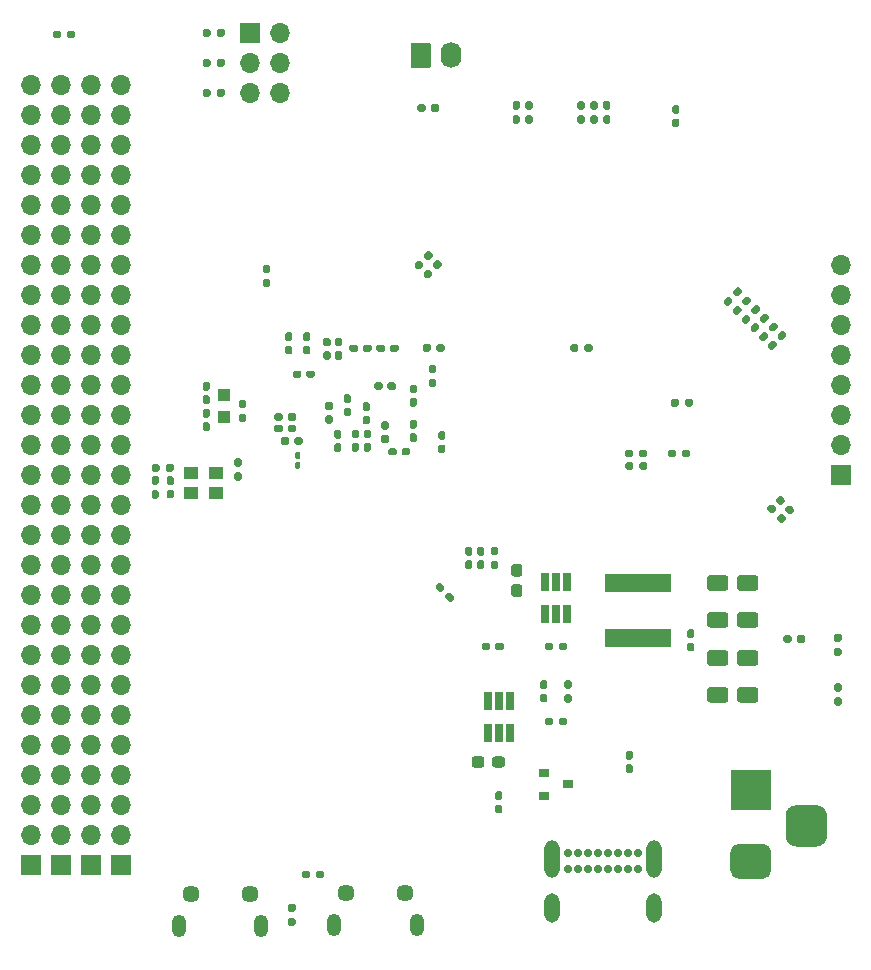
<source format=gbr>
%TF.GenerationSoftware,KiCad,Pcbnew,(5.1.8-0-10_14)*%
%TF.CreationDate,2021-04-08T13:24:54+01:00*%
%TF.ProjectId,STM32MP1_TestBoard_RevB,53544d33-324d-4503-915f-54657374426f,rev?*%
%TF.SameCoordinates,Original*%
%TF.FileFunction,Soldermask,Bot*%
%TF.FilePolarity,Negative*%
%FSLAX46Y46*%
G04 Gerber Fmt 4.6, Leading zero omitted, Abs format (unit mm)*
G04 Created by KiCad (PCBNEW (5.1.8-0-10_14)) date 2021-04-08 13:24:54*
%MOMM*%
%LPD*%
G01*
G04 APERTURE LIST*
%ADD10R,5.700000X1.600000*%
%ADD11R,0.650000X1.560000*%
%ADD12O,1.740000X2.190000*%
%ADD13O,1.300000X2.500000*%
%ADD14O,1.300000X3.200000*%
%ADD15C,0.700000*%
%ADD16R,1.100000X1.050000*%
%ADD17R,1.300000X1.100000*%
%ADD18O,1.700000X1.700000*%
%ADD19R,1.700000X1.700000*%
%ADD20R,3.500000X3.500000*%
%ADD21O,1.200000X1.900000*%
%ADD22C,1.450000*%
%ADD23R,0.900000X0.800000*%
G04 APERTURE END LIST*
%TO.C,R15*%
G36*
G01*
X175194000Y-98585000D02*
X175194000Y-98265000D01*
G75*
G02*
X175354000Y-98105000I160000J0D01*
G01*
X175749000Y-98105000D01*
G75*
G02*
X175909000Y-98265000I0J-160000D01*
G01*
X175909000Y-98585000D01*
G75*
G02*
X175749000Y-98745000I-160000J0D01*
G01*
X175354000Y-98745000D01*
G75*
G02*
X175194000Y-98585000I0J160000D01*
G01*
G37*
G36*
G01*
X176389000Y-98585000D02*
X176389000Y-98265000D01*
G75*
G02*
X176549000Y-98105000I160000J0D01*
G01*
X176944000Y-98105000D01*
G75*
G02*
X177104000Y-98265000I0J-160000D01*
G01*
X177104000Y-98585000D01*
G75*
G02*
X176944000Y-98745000I-160000J0D01*
G01*
X176549000Y-98745000D01*
G75*
G02*
X176389000Y-98585000I0J160000D01*
G01*
G37*
%TD*%
%TO.C,R4*%
G36*
G01*
X197706000Y-128002000D02*
X198026000Y-128002000D01*
G75*
G02*
X198186000Y-128162000I0J-160000D01*
G01*
X198186000Y-128557000D01*
G75*
G02*
X198026000Y-128717000I-160000J0D01*
G01*
X197706000Y-128717000D01*
G75*
G02*
X197546000Y-128557000I0J160000D01*
G01*
X197546000Y-128162000D01*
G75*
G02*
X197706000Y-128002000I160000J0D01*
G01*
G37*
G36*
G01*
X197706000Y-126807000D02*
X198026000Y-126807000D01*
G75*
G02*
X198186000Y-126967000I0J-160000D01*
G01*
X198186000Y-127362000D01*
G75*
G02*
X198026000Y-127522000I-160000J0D01*
G01*
X197706000Y-127522000D01*
G75*
G02*
X197546000Y-127362000I0J160000D01*
G01*
X197546000Y-126967000D01*
G75*
G02*
X197706000Y-126807000I160000J0D01*
G01*
G37*
%TD*%
%TO.C,R3*%
G36*
G01*
X197706000Y-123811000D02*
X198026000Y-123811000D01*
G75*
G02*
X198186000Y-123971000I0J-160000D01*
G01*
X198186000Y-124366000D01*
G75*
G02*
X198026000Y-124526000I-160000J0D01*
G01*
X197706000Y-124526000D01*
G75*
G02*
X197546000Y-124366000I0J160000D01*
G01*
X197546000Y-123971000D01*
G75*
G02*
X197706000Y-123811000I160000J0D01*
G01*
G37*
G36*
G01*
X197706000Y-122616000D02*
X198026000Y-122616000D01*
G75*
G02*
X198186000Y-122776000I0J-160000D01*
G01*
X198186000Y-123171000D01*
G75*
G02*
X198026000Y-123331000I-160000J0D01*
G01*
X197706000Y-123331000D01*
G75*
G02*
X197546000Y-123171000I0J160000D01*
G01*
X197546000Y-122776000D01*
G75*
G02*
X197706000Y-122616000I160000J0D01*
G01*
G37*
%TD*%
%TO.C,C43*%
G36*
G01*
X170925500Y-117785000D02*
X170450500Y-117785000D01*
G75*
G02*
X170213000Y-117547500I0J237500D01*
G01*
X170213000Y-116947500D01*
G75*
G02*
X170450500Y-116710000I237500J0D01*
G01*
X170925500Y-116710000D01*
G75*
G02*
X171163000Y-116947500I0J-237500D01*
G01*
X171163000Y-117547500D01*
G75*
G02*
X170925500Y-117785000I-237500J0D01*
G01*
G37*
G36*
G01*
X170925500Y-119510000D02*
X170450500Y-119510000D01*
G75*
G02*
X170213000Y-119272500I0J237500D01*
G01*
X170213000Y-118672500D01*
G75*
G02*
X170450500Y-118435000I237500J0D01*
G01*
X170925500Y-118435000D01*
G75*
G02*
X171163000Y-118672500I0J-237500D01*
G01*
X171163000Y-119272500D01*
G75*
G02*
X170925500Y-119510000I-237500J0D01*
G01*
G37*
%TD*%
%TO.C,C39*%
G36*
G01*
X167950000Y-133239500D02*
X167950000Y-133714500D01*
G75*
G02*
X167712500Y-133952000I-237500J0D01*
G01*
X167112500Y-133952000D01*
G75*
G02*
X166875000Y-133714500I0J237500D01*
G01*
X166875000Y-133239500D01*
G75*
G02*
X167112500Y-133002000I237500J0D01*
G01*
X167712500Y-133002000D01*
G75*
G02*
X167950000Y-133239500I0J-237500D01*
G01*
G37*
G36*
G01*
X169675000Y-133239500D02*
X169675000Y-133714500D01*
G75*
G02*
X169437500Y-133952000I-237500J0D01*
G01*
X168837500Y-133952000D01*
G75*
G02*
X168600000Y-133714500I0J237500D01*
G01*
X168600000Y-133239500D01*
G75*
G02*
X168837500Y-133002000I237500J0D01*
G01*
X169437500Y-133002000D01*
G75*
G02*
X169675000Y-133239500I0J-237500D01*
G01*
G37*
%TD*%
%TO.C,C6*%
G36*
G01*
X185575000Y-122990000D02*
X185265000Y-122990000D01*
G75*
G02*
X185110000Y-122835000I0J155000D01*
G01*
X185110000Y-122410000D01*
G75*
G02*
X185265000Y-122255000I155000J0D01*
G01*
X185575000Y-122255000D01*
G75*
G02*
X185730000Y-122410000I0J-155000D01*
G01*
X185730000Y-122835000D01*
G75*
G02*
X185575000Y-122990000I-155000J0D01*
G01*
G37*
G36*
G01*
X185575000Y-124125000D02*
X185265000Y-124125000D01*
G75*
G02*
X185110000Y-123970000I0J155000D01*
G01*
X185110000Y-123545000D01*
G75*
G02*
X185265000Y-123390000I155000J0D01*
G01*
X185575000Y-123390000D01*
G75*
G02*
X185730000Y-123545000I0J-155000D01*
G01*
X185730000Y-123970000D01*
G75*
G02*
X185575000Y-124125000I-155000J0D01*
G01*
G37*
%TD*%
%TO.C,C4*%
G36*
G01*
X194383000Y-123218000D02*
X194383000Y-122908000D01*
G75*
G02*
X194538000Y-122753000I155000J0D01*
G01*
X194963000Y-122753000D01*
G75*
G02*
X195118000Y-122908000I0J-155000D01*
G01*
X195118000Y-123218000D01*
G75*
G02*
X194963000Y-123373000I-155000J0D01*
G01*
X194538000Y-123373000D01*
G75*
G02*
X194383000Y-123218000I0J155000D01*
G01*
G37*
G36*
G01*
X193248000Y-123218000D02*
X193248000Y-122908000D01*
G75*
G02*
X193403000Y-122753000I155000J0D01*
G01*
X193828000Y-122753000D01*
G75*
G02*
X193983000Y-122908000I0J-155000D01*
G01*
X193983000Y-123218000D01*
G75*
G02*
X193828000Y-123373000I-155000J0D01*
G01*
X193403000Y-123373000D01*
G75*
G02*
X193248000Y-123218000I0J155000D01*
G01*
G37*
%TD*%
%TO.C,C3*%
G36*
G01*
X169009000Y-137106000D02*
X169319000Y-137106000D01*
G75*
G02*
X169474000Y-137261000I0J-155000D01*
G01*
X169474000Y-137686000D01*
G75*
G02*
X169319000Y-137841000I-155000J0D01*
G01*
X169009000Y-137841000D01*
G75*
G02*
X168854000Y-137686000I0J155000D01*
G01*
X168854000Y-137261000D01*
G75*
G02*
X169009000Y-137106000I155000J0D01*
G01*
G37*
G36*
G01*
X169009000Y-135971000D02*
X169319000Y-135971000D01*
G75*
G02*
X169474000Y-136126000I0J-155000D01*
G01*
X169474000Y-136551000D01*
G75*
G02*
X169319000Y-136706000I-155000J0D01*
G01*
X169009000Y-136706000D01*
G75*
G02*
X168854000Y-136551000I0J155000D01*
G01*
X168854000Y-136126000D01*
G75*
G02*
X169009000Y-135971000I155000J0D01*
G01*
G37*
%TD*%
%TO.C,C1*%
G36*
G01*
X180058000Y-133677000D02*
X180368000Y-133677000D01*
G75*
G02*
X180523000Y-133832000I0J-155000D01*
G01*
X180523000Y-134257000D01*
G75*
G02*
X180368000Y-134412000I-155000J0D01*
G01*
X180058000Y-134412000D01*
G75*
G02*
X179903000Y-134257000I0J155000D01*
G01*
X179903000Y-133832000D01*
G75*
G02*
X180058000Y-133677000I155000J0D01*
G01*
G37*
G36*
G01*
X180058000Y-132542000D02*
X180368000Y-132542000D01*
G75*
G02*
X180523000Y-132697000I0J-155000D01*
G01*
X180523000Y-133122000D01*
G75*
G02*
X180368000Y-133277000I-155000J0D01*
G01*
X180058000Y-133277000D01*
G75*
G02*
X179903000Y-133122000I0J155000D01*
G01*
X179903000Y-132697000D01*
G75*
G02*
X180058000Y-132542000I155000J0D01*
G01*
G37*
%TD*%
D10*
%TO.C,L2*%
X180975000Y-118300000D03*
X180975000Y-123000000D03*
%TD*%
D11*
%TO.C,U6*%
X173990000Y-120984000D03*
X173040000Y-120984000D03*
X174940000Y-120984000D03*
X174940000Y-118284000D03*
X173990000Y-118284000D03*
X173040000Y-118284000D03*
%TD*%
%TO.C,U5*%
X169164000Y-131017000D03*
X168214000Y-131017000D03*
X170114000Y-131017000D03*
X170114000Y-128317000D03*
X169164000Y-128317000D03*
X168214000Y-128317000D03*
%TD*%
%TO.C,R26*%
G36*
G01*
X174846000Y-127748000D02*
X175166000Y-127748000D01*
G75*
G02*
X175326000Y-127908000I0J-160000D01*
G01*
X175326000Y-128303000D01*
G75*
G02*
X175166000Y-128463000I-160000J0D01*
G01*
X174846000Y-128463000D01*
G75*
G02*
X174686000Y-128303000I0J160000D01*
G01*
X174686000Y-127908000D01*
G75*
G02*
X174846000Y-127748000I160000J0D01*
G01*
G37*
G36*
G01*
X174846000Y-126553000D02*
X175166000Y-126553000D01*
G75*
G02*
X175326000Y-126713000I0J-160000D01*
G01*
X175326000Y-127108000D01*
G75*
G02*
X175166000Y-127268000I-160000J0D01*
G01*
X174846000Y-127268000D01*
G75*
G02*
X174686000Y-127108000I0J160000D01*
G01*
X174686000Y-126713000D01*
G75*
G02*
X174846000Y-126553000I160000J0D01*
G01*
G37*
%TD*%
%TO.C,C44*%
G36*
G01*
X172819000Y-127708000D02*
X173129000Y-127708000D01*
G75*
G02*
X173284000Y-127863000I0J-155000D01*
G01*
X173284000Y-128288000D01*
G75*
G02*
X173129000Y-128443000I-155000J0D01*
G01*
X172819000Y-128443000D01*
G75*
G02*
X172664000Y-128288000I0J155000D01*
G01*
X172664000Y-127863000D01*
G75*
G02*
X172819000Y-127708000I155000J0D01*
G01*
G37*
G36*
G01*
X172819000Y-126573000D02*
X173129000Y-126573000D01*
G75*
G02*
X173284000Y-126728000I0J-155000D01*
G01*
X173284000Y-127153000D01*
G75*
G02*
X173129000Y-127308000I-155000J0D01*
G01*
X172819000Y-127308000D01*
G75*
G02*
X172664000Y-127153000I0J155000D01*
G01*
X172664000Y-126728000D01*
G75*
G02*
X172819000Y-126573000I155000J0D01*
G01*
G37*
%TD*%
%TO.C,C41*%
G36*
G01*
X168456000Y-123543000D02*
X168456000Y-123853000D01*
G75*
G02*
X168301000Y-124008000I-155000J0D01*
G01*
X167876000Y-124008000D01*
G75*
G02*
X167721000Y-123853000I0J155000D01*
G01*
X167721000Y-123543000D01*
G75*
G02*
X167876000Y-123388000I155000J0D01*
G01*
X168301000Y-123388000D01*
G75*
G02*
X168456000Y-123543000I0J-155000D01*
G01*
G37*
G36*
G01*
X169591000Y-123543000D02*
X169591000Y-123853000D01*
G75*
G02*
X169436000Y-124008000I-155000J0D01*
G01*
X169011000Y-124008000D01*
G75*
G02*
X168856000Y-123853000I0J155000D01*
G01*
X168856000Y-123543000D01*
G75*
G02*
X169011000Y-123388000I155000J0D01*
G01*
X169436000Y-123388000D01*
G75*
G02*
X169591000Y-123543000I0J-155000D01*
G01*
G37*
%TD*%
D12*
%TO.C,J12*%
X165100000Y-73660000D03*
G36*
G01*
X161690000Y-74505001D02*
X161690000Y-72814999D01*
G75*
G02*
X161939999Y-72565000I249999J0D01*
G01*
X163180001Y-72565000D01*
G75*
G02*
X163430000Y-72814999I0J-249999D01*
G01*
X163430000Y-74505001D01*
G75*
G02*
X163180001Y-74755000I-249999J0D01*
G01*
X161939999Y-74755000D01*
G75*
G02*
X161690000Y-74505001I0J249999D01*
G01*
G37*
%TD*%
%TO.C,C38*%
G36*
G01*
X162995000Y-77950000D02*
X162995000Y-78260000D01*
G75*
G02*
X162840000Y-78415000I-155000J0D01*
G01*
X162415000Y-78415000D01*
G75*
G02*
X162260000Y-78260000I0J155000D01*
G01*
X162260000Y-77950000D01*
G75*
G02*
X162415000Y-77795000I155000J0D01*
G01*
X162840000Y-77795000D01*
G75*
G02*
X162995000Y-77950000I0J-155000D01*
G01*
G37*
G36*
G01*
X164130000Y-77950000D02*
X164130000Y-78260000D01*
G75*
G02*
X163975000Y-78415000I-155000J0D01*
G01*
X163550000Y-78415000D01*
G75*
G02*
X163395000Y-78260000I0J155000D01*
G01*
X163395000Y-77950000D01*
G75*
G02*
X163550000Y-77795000I155000J0D01*
G01*
X163975000Y-77795000D01*
G75*
G02*
X164130000Y-77950000I0J-155000D01*
G01*
G37*
%TD*%
D13*
%TO.C,J11*%
X182270400Y-145846800D03*
X173639480Y-145836640D03*
D14*
X182306000Y-141696000D03*
X173656000Y-141696000D03*
D15*
X178406000Y-142548000D03*
X180956000Y-142544800D03*
X180106000Y-142548000D03*
X179256000Y-142548000D03*
X174993300Y-142544800D03*
X176695100Y-142544800D03*
X177556000Y-142548000D03*
X175844200Y-142544800D03*
X180962300Y-141185900D03*
X180111400Y-141185900D03*
X179256000Y-141185900D03*
X178406000Y-141185000D03*
X177556000Y-141185000D03*
X176695100Y-141185000D03*
X175844200Y-141185000D03*
X174993300Y-141185000D03*
%TD*%
%TO.C,R25*%
G36*
G01*
X151438000Y-106144000D02*
X151438000Y-106454000D01*
G75*
G02*
X151283000Y-106609000I-155000J0D01*
G01*
X150858000Y-106609000D01*
G75*
G02*
X150703000Y-106454000I0J155000D01*
G01*
X150703000Y-106144000D01*
G75*
G02*
X150858000Y-105989000I155000J0D01*
G01*
X151283000Y-105989000D01*
G75*
G02*
X151438000Y-106144000I0J-155000D01*
G01*
G37*
G36*
G01*
X152573000Y-106144000D02*
X152573000Y-106454000D01*
G75*
G02*
X152418000Y-106609000I-155000J0D01*
G01*
X151993000Y-106609000D01*
G75*
G02*
X151838000Y-106454000I0J155000D01*
G01*
X151838000Y-106144000D01*
G75*
G02*
X151993000Y-105989000I155000J0D01*
G01*
X152418000Y-105989000D01*
G75*
G02*
X152573000Y-106144000I0J-155000D01*
G01*
G37*
%TD*%
%TO.C,C37*%
G36*
G01*
X141196000Y-110436000D02*
X141506000Y-110436000D01*
G75*
G02*
X141661000Y-110591000I0J-155000D01*
G01*
X141661000Y-111016000D01*
G75*
G02*
X141506000Y-111171000I-155000J0D01*
G01*
X141196000Y-111171000D01*
G75*
G02*
X141041000Y-111016000I0J155000D01*
G01*
X141041000Y-110591000D01*
G75*
G02*
X141196000Y-110436000I155000J0D01*
G01*
G37*
G36*
G01*
X141196000Y-109301000D02*
X141506000Y-109301000D01*
G75*
G02*
X141661000Y-109456000I0J-155000D01*
G01*
X141661000Y-109881000D01*
G75*
G02*
X141506000Y-110036000I-155000J0D01*
G01*
X141196000Y-110036000D01*
G75*
G02*
X141041000Y-109881000I0J155000D01*
G01*
X141041000Y-109456000D01*
G75*
G02*
X141196000Y-109301000I155000J0D01*
G01*
G37*
%TD*%
%TO.C,R24*%
G36*
G01*
X149319000Y-92569000D02*
X149639000Y-92569000D01*
G75*
G02*
X149799000Y-92729000I0J-160000D01*
G01*
X149799000Y-93124000D01*
G75*
G02*
X149639000Y-93284000I-160000J0D01*
G01*
X149319000Y-93284000D01*
G75*
G02*
X149159000Y-93124000I0J160000D01*
G01*
X149159000Y-92729000D01*
G75*
G02*
X149319000Y-92569000I160000J0D01*
G01*
G37*
G36*
G01*
X149319000Y-91374000D02*
X149639000Y-91374000D01*
G75*
G02*
X149799000Y-91534000I0J-160000D01*
G01*
X149799000Y-91929000D01*
G75*
G02*
X149639000Y-92089000I-160000J0D01*
G01*
X149319000Y-92089000D01*
G75*
G02*
X149159000Y-91929000I0J160000D01*
G01*
X149159000Y-91534000D01*
G75*
G02*
X149319000Y-91374000I160000J0D01*
G01*
G37*
%TD*%
%TO.C,C11*%
G36*
G01*
X144554000Y-102035000D02*
X144244000Y-102035000D01*
G75*
G02*
X144089000Y-101880000I0J155000D01*
G01*
X144089000Y-101455000D01*
G75*
G02*
X144244000Y-101300000I155000J0D01*
G01*
X144554000Y-101300000D01*
G75*
G02*
X144709000Y-101455000I0J-155000D01*
G01*
X144709000Y-101880000D01*
G75*
G02*
X144554000Y-102035000I-155000J0D01*
G01*
G37*
G36*
G01*
X144554000Y-103170000D02*
X144244000Y-103170000D01*
G75*
G02*
X144089000Y-103015000I0J155000D01*
G01*
X144089000Y-102590000D01*
G75*
G02*
X144244000Y-102435000I155000J0D01*
G01*
X144554000Y-102435000D01*
G75*
G02*
X144709000Y-102590000I0J-155000D01*
G01*
X144709000Y-103015000D01*
G75*
G02*
X144554000Y-103170000I-155000J0D01*
G01*
G37*
%TD*%
%TO.C,C16*%
G36*
G01*
X144244000Y-104721000D02*
X144554000Y-104721000D01*
G75*
G02*
X144709000Y-104876000I0J-155000D01*
G01*
X144709000Y-105301000D01*
G75*
G02*
X144554000Y-105456000I-155000J0D01*
G01*
X144244000Y-105456000D01*
G75*
G02*
X144089000Y-105301000I0J155000D01*
G01*
X144089000Y-104876000D01*
G75*
G02*
X144244000Y-104721000I155000J0D01*
G01*
G37*
G36*
G01*
X144244000Y-103586000D02*
X144554000Y-103586000D01*
G75*
G02*
X144709000Y-103741000I0J-155000D01*
G01*
X144709000Y-104166000D01*
G75*
G02*
X144554000Y-104321000I-155000J0D01*
G01*
X144244000Y-104321000D01*
G75*
G02*
X144089000Y-104166000I0J155000D01*
G01*
X144089000Y-103741000D01*
G75*
G02*
X144244000Y-103586000I155000J0D01*
G01*
G37*
%TD*%
D16*
%TO.C,Y1*%
X145923000Y-104252200D03*
X145923000Y-102402200D03*
%TD*%
D17*
%TO.C,X1*%
X143095000Y-110680000D03*
X145195000Y-110680000D03*
X145195000Y-109030000D03*
X143095000Y-109030000D03*
%TD*%
%TO.C,R23*%
G36*
G01*
X147287000Y-103999000D02*
X147607000Y-103999000D01*
G75*
G02*
X147767000Y-104159000I0J-160000D01*
G01*
X147767000Y-104554000D01*
G75*
G02*
X147607000Y-104714000I-160000J0D01*
G01*
X147287000Y-104714000D01*
G75*
G02*
X147127000Y-104554000I0J160000D01*
G01*
X147127000Y-104159000D01*
G75*
G02*
X147287000Y-103999000I160000J0D01*
G01*
G37*
G36*
G01*
X147287000Y-102804000D02*
X147607000Y-102804000D01*
G75*
G02*
X147767000Y-102964000I0J-160000D01*
G01*
X147767000Y-103359000D01*
G75*
G02*
X147607000Y-103519000I-160000J0D01*
G01*
X147287000Y-103519000D01*
G75*
G02*
X147127000Y-103359000I0J160000D01*
G01*
X147127000Y-102964000D01*
G75*
G02*
X147287000Y-102804000I160000J0D01*
G01*
G37*
%TD*%
%TO.C,R22*%
G36*
G01*
X147226000Y-108472000D02*
X146906000Y-108472000D01*
G75*
G02*
X146746000Y-108312000I0J160000D01*
G01*
X146746000Y-107917000D01*
G75*
G02*
X146906000Y-107757000I160000J0D01*
G01*
X147226000Y-107757000D01*
G75*
G02*
X147386000Y-107917000I0J-160000D01*
G01*
X147386000Y-108312000D01*
G75*
G02*
X147226000Y-108472000I-160000J0D01*
G01*
G37*
G36*
G01*
X147226000Y-109667000D02*
X146906000Y-109667000D01*
G75*
G02*
X146746000Y-109507000I0J160000D01*
G01*
X146746000Y-109112000D01*
G75*
G02*
X146906000Y-108952000I160000J0D01*
G01*
X147226000Y-108952000D01*
G75*
G02*
X147386000Y-109112000I0J-160000D01*
G01*
X147386000Y-109507000D01*
G75*
G02*
X147226000Y-109667000I-160000J0D01*
G01*
G37*
%TD*%
%TO.C,R21*%
G36*
G01*
X140956000Y-108745000D02*
X140956000Y-108425000D01*
G75*
G02*
X141116000Y-108265000I160000J0D01*
G01*
X141511000Y-108265000D01*
G75*
G02*
X141671000Y-108425000I0J-160000D01*
G01*
X141671000Y-108745000D01*
G75*
G02*
X141511000Y-108905000I-160000J0D01*
G01*
X141116000Y-108905000D01*
G75*
G02*
X140956000Y-108745000I0J160000D01*
G01*
G37*
G36*
G01*
X139761000Y-108745000D02*
X139761000Y-108425000D01*
G75*
G02*
X139921000Y-108265000I160000J0D01*
G01*
X140316000Y-108265000D01*
G75*
G02*
X140476000Y-108425000I0J-160000D01*
G01*
X140476000Y-108745000D01*
G75*
G02*
X140316000Y-108905000I-160000J0D01*
G01*
X139921000Y-108905000D01*
G75*
G02*
X139761000Y-108745000I0J160000D01*
G01*
G37*
%TD*%
%TO.C,R20*%
G36*
G01*
X139921000Y-110476000D02*
X140241000Y-110476000D01*
G75*
G02*
X140401000Y-110636000I0J-160000D01*
G01*
X140401000Y-111031000D01*
G75*
G02*
X140241000Y-111191000I-160000J0D01*
G01*
X139921000Y-111191000D01*
G75*
G02*
X139761000Y-111031000I0J160000D01*
G01*
X139761000Y-110636000D01*
G75*
G02*
X139921000Y-110476000I160000J0D01*
G01*
G37*
G36*
G01*
X139921000Y-109281000D02*
X140241000Y-109281000D01*
G75*
G02*
X140401000Y-109441000I0J-160000D01*
G01*
X140401000Y-109836000D01*
G75*
G02*
X140241000Y-109996000I-160000J0D01*
G01*
X139921000Y-109996000D01*
G75*
G02*
X139761000Y-109836000I0J160000D01*
G01*
X139761000Y-109441000D01*
G75*
G02*
X139921000Y-109281000I160000J0D01*
G01*
G37*
%TD*%
D18*
%TO.C,J7*%
X198120000Y-91440000D03*
X198120000Y-93980000D03*
X198120000Y-96520000D03*
X198120000Y-99060000D03*
X198120000Y-101600000D03*
X198120000Y-104140000D03*
X198120000Y-106680000D03*
D19*
X198120000Y-109220000D03*
%TD*%
%TO.C,R19*%
G36*
G01*
X173750000Y-129888000D02*
X173750000Y-130208000D01*
G75*
G02*
X173590000Y-130368000I-160000J0D01*
G01*
X173195000Y-130368000D01*
G75*
G02*
X173035000Y-130208000I0J160000D01*
G01*
X173035000Y-129888000D01*
G75*
G02*
X173195000Y-129728000I160000J0D01*
G01*
X173590000Y-129728000D01*
G75*
G02*
X173750000Y-129888000I0J-160000D01*
G01*
G37*
G36*
G01*
X174945000Y-129888000D02*
X174945000Y-130208000D01*
G75*
G02*
X174785000Y-130368000I-160000J0D01*
G01*
X174390000Y-130368000D01*
G75*
G02*
X174230000Y-130208000I0J160000D01*
G01*
X174230000Y-129888000D01*
G75*
G02*
X174390000Y-129728000I160000J0D01*
G01*
X174785000Y-129728000D01*
G75*
G02*
X174945000Y-129888000I0J-160000D01*
G01*
G37*
%TD*%
%TO.C,R18*%
G36*
G01*
X173750000Y-123538000D02*
X173750000Y-123858000D01*
G75*
G02*
X173590000Y-124018000I-160000J0D01*
G01*
X173195000Y-124018000D01*
G75*
G02*
X173035000Y-123858000I0J160000D01*
G01*
X173035000Y-123538000D01*
G75*
G02*
X173195000Y-123378000I160000J0D01*
G01*
X173590000Y-123378000D01*
G75*
G02*
X173750000Y-123538000I0J-160000D01*
G01*
G37*
G36*
G01*
X174945000Y-123538000D02*
X174945000Y-123858000D01*
G75*
G02*
X174785000Y-124018000I-160000J0D01*
G01*
X174390000Y-124018000D01*
G75*
G02*
X174230000Y-123858000I0J160000D01*
G01*
X174230000Y-123538000D01*
G75*
G02*
X174390000Y-123378000I160000J0D01*
G01*
X174785000Y-123378000D01*
G75*
G02*
X174945000Y-123538000I0J-160000D01*
G01*
G37*
%TD*%
%TO.C,J9*%
G36*
G01*
X196075000Y-140640000D02*
X194325000Y-140640000D01*
G75*
G02*
X193450000Y-139765000I0J875000D01*
G01*
X193450000Y-138015000D01*
G75*
G02*
X194325000Y-137140000I875000J0D01*
G01*
X196075000Y-137140000D01*
G75*
G02*
X196950000Y-138015000I0J-875000D01*
G01*
X196950000Y-139765000D01*
G75*
G02*
X196075000Y-140640000I-875000J0D01*
G01*
G37*
G36*
G01*
X191500000Y-143390000D02*
X189500000Y-143390000D01*
G75*
G02*
X188750000Y-142640000I0J750000D01*
G01*
X188750000Y-141140000D01*
G75*
G02*
X189500000Y-140390000I750000J0D01*
G01*
X191500000Y-140390000D01*
G75*
G02*
X192250000Y-141140000I0J-750000D01*
G01*
X192250000Y-142640000D01*
G75*
G02*
X191500000Y-143390000I-750000J0D01*
G01*
G37*
D20*
X190500000Y-135890000D03*
%TD*%
%TO.C,C57*%
G36*
G01*
X190705207Y-97089934D02*
X190486004Y-96870731D01*
G75*
G02*
X190486004Y-96651527I109602J109602D01*
G01*
X190786525Y-96351006D01*
G75*
G02*
X191005729Y-96351006I109602J-109602D01*
G01*
X191224932Y-96570209D01*
G75*
G02*
X191224932Y-96789413I-109602J-109602D01*
G01*
X190924411Y-97089934D01*
G75*
G02*
X190705207Y-97089934I-109602J109602D01*
G01*
G37*
G36*
G01*
X191507773Y-96287368D02*
X191288570Y-96068165D01*
G75*
G02*
X191288570Y-95848961I109602J109602D01*
G01*
X191589091Y-95548440D01*
G75*
G02*
X191808295Y-95548440I109602J-109602D01*
G01*
X192027498Y-95767643D01*
G75*
G02*
X192027498Y-95986847I-109602J-109602D01*
G01*
X191726977Y-96287368D01*
G75*
G02*
X191507773Y-96287368I-109602J109602D01*
G01*
G37*
%TD*%
%TO.C,C40*%
G36*
G01*
X192627508Y-111185465D02*
X192846711Y-110966262D01*
G75*
G02*
X193065915Y-110966262I109602J-109602D01*
G01*
X193366436Y-111266783D01*
G75*
G02*
X193366436Y-111485987I-109602J-109602D01*
G01*
X193147233Y-111705190D01*
G75*
G02*
X192928029Y-111705190I-109602J109602D01*
G01*
X192627508Y-111404669D01*
G75*
G02*
X192627508Y-111185465I109602J109602D01*
G01*
G37*
G36*
G01*
X193430074Y-111988031D02*
X193649277Y-111768828D01*
G75*
G02*
X193868481Y-111768828I109602J-109602D01*
G01*
X194169002Y-112069349D01*
G75*
G02*
X194169002Y-112288553I-109602J-109602D01*
G01*
X193949799Y-112507756D01*
G75*
G02*
X193730595Y-112507756I-109602J109602D01*
G01*
X193430074Y-112207235D01*
G75*
G02*
X193430074Y-111988031I109602J109602D01*
G01*
G37*
%TD*%
%TO.C,R2*%
G36*
G01*
X179842200Y-107513100D02*
X179842200Y-107193100D01*
G75*
G02*
X180002200Y-107033100I160000J0D01*
G01*
X180397200Y-107033100D01*
G75*
G02*
X180557200Y-107193100I0J-160000D01*
G01*
X180557200Y-107513100D01*
G75*
G02*
X180397200Y-107673100I-160000J0D01*
G01*
X180002200Y-107673100D01*
G75*
G02*
X179842200Y-107513100I0J160000D01*
G01*
G37*
G36*
G01*
X181037200Y-107513100D02*
X181037200Y-107193100D01*
G75*
G02*
X181197200Y-107033100I160000J0D01*
G01*
X181592200Y-107033100D01*
G75*
G02*
X181752200Y-107193100I0J-160000D01*
G01*
X181752200Y-107513100D01*
G75*
G02*
X181592200Y-107673100I-160000J0D01*
G01*
X181197200Y-107673100D01*
G75*
G02*
X181037200Y-107513100I0J160000D01*
G01*
G37*
%TD*%
%TO.C,C62*%
G36*
G01*
X192177969Y-98562696D02*
X191958766Y-98343493D01*
G75*
G02*
X191958766Y-98124289I109602J109602D01*
G01*
X192259287Y-97823768D01*
G75*
G02*
X192478491Y-97823768I109602J-109602D01*
G01*
X192697694Y-98042971D01*
G75*
G02*
X192697694Y-98262175I-109602J-109602D01*
G01*
X192397173Y-98562696D01*
G75*
G02*
X192177969Y-98562696I-109602J109602D01*
G01*
G37*
G36*
G01*
X192980535Y-97760130D02*
X192761332Y-97540927D01*
G75*
G02*
X192761332Y-97321723I109602J109602D01*
G01*
X193061853Y-97021202D01*
G75*
G02*
X193281057Y-97021202I109602J-109602D01*
G01*
X193500260Y-97240405D01*
G75*
G02*
X193500260Y-97459609I-109602J-109602D01*
G01*
X193199739Y-97760130D01*
G75*
G02*
X192980535Y-97760130I-109602J109602D01*
G01*
G37*
%TD*%
%TO.C,R11*%
G36*
G01*
X181752200Y-108259900D02*
X181752200Y-108579900D01*
G75*
G02*
X181592200Y-108739900I-160000J0D01*
G01*
X181197200Y-108739900D01*
G75*
G02*
X181037200Y-108579900I0J160000D01*
G01*
X181037200Y-108259900D01*
G75*
G02*
X181197200Y-108099900I160000J0D01*
G01*
X181592200Y-108099900D01*
G75*
G02*
X181752200Y-108259900I0J-160000D01*
G01*
G37*
G36*
G01*
X180557200Y-108259900D02*
X180557200Y-108579900D01*
G75*
G02*
X180397200Y-108739900I-160000J0D01*
G01*
X180002200Y-108739900D01*
G75*
G02*
X179842200Y-108579900I0J160000D01*
G01*
X179842200Y-108259900D01*
G75*
G02*
X180002200Y-108099900I160000J0D01*
G01*
X180397200Y-108099900D01*
G75*
G02*
X180557200Y-108259900I0J-160000D01*
G01*
G37*
%TD*%
%TO.C,R14*%
G36*
G01*
X185625700Y-102913200D02*
X185625700Y-103233200D01*
G75*
G02*
X185465700Y-103393200I-160000J0D01*
G01*
X185070700Y-103393200D01*
G75*
G02*
X184910700Y-103233200I0J160000D01*
G01*
X184910700Y-102913200D01*
G75*
G02*
X185070700Y-102753200I160000J0D01*
G01*
X185465700Y-102753200D01*
G75*
G02*
X185625700Y-102913200I0J-160000D01*
G01*
G37*
G36*
G01*
X184430700Y-102913200D02*
X184430700Y-103233200D01*
G75*
G02*
X184270700Y-103393200I-160000J0D01*
G01*
X183875700Y-103393200D01*
G75*
G02*
X183715700Y-103233200I0J160000D01*
G01*
X183715700Y-102913200D01*
G75*
G02*
X183875700Y-102753200I160000J0D01*
G01*
X184270700Y-102753200D01*
G75*
G02*
X184430700Y-102913200I0J-160000D01*
G01*
G37*
%TD*%
%TO.C,C36*%
G36*
G01*
X188424222Y-94844870D02*
X188205019Y-94625667D01*
G75*
G02*
X188205019Y-94406463I109602J109602D01*
G01*
X188505540Y-94105942D01*
G75*
G02*
X188724744Y-94105942I109602J-109602D01*
G01*
X188943947Y-94325145D01*
G75*
G02*
X188943947Y-94544349I-109602J-109602D01*
G01*
X188643426Y-94844870D01*
G75*
G02*
X188424222Y-94844870I-109602J109602D01*
G01*
G37*
G36*
G01*
X189226788Y-94042304D02*
X189007585Y-93823101D01*
G75*
G02*
X189007585Y-93603897I109602J109602D01*
G01*
X189308106Y-93303376D01*
G75*
G02*
X189527310Y-93303376I109602J-109602D01*
G01*
X189746513Y-93522579D01*
G75*
G02*
X189746513Y-93741783I-109602J-109602D01*
G01*
X189445992Y-94042304D01*
G75*
G02*
X189226788Y-94042304I-109602J109602D01*
G01*
G37*
%TD*%
%TO.C,C52*%
G36*
G01*
X189196524Y-95617172D02*
X188977321Y-95397969D01*
G75*
G02*
X188977321Y-95178765I109602J109602D01*
G01*
X189277842Y-94878244D01*
G75*
G02*
X189497046Y-94878244I109602J-109602D01*
G01*
X189716249Y-95097447D01*
G75*
G02*
X189716249Y-95316651I-109602J-109602D01*
G01*
X189415728Y-95617172D01*
G75*
G02*
X189196524Y-95617172I-109602J109602D01*
G01*
G37*
G36*
G01*
X189999090Y-94814606D02*
X189779887Y-94595403D01*
G75*
G02*
X189779887Y-94376199I109602J109602D01*
G01*
X190080408Y-94075678D01*
G75*
G02*
X190299612Y-94075678I109602J-109602D01*
G01*
X190518815Y-94294881D01*
G75*
G02*
X190518815Y-94514085I-109602J-109602D01*
G01*
X190218294Y-94814606D01*
G75*
G02*
X189999090Y-94814606I-109602J109602D01*
G01*
G37*
%TD*%
%TO.C,C42*%
G36*
G01*
X191909088Y-111903886D02*
X192128291Y-111684683D01*
G75*
G02*
X192347495Y-111684683I109602J-109602D01*
G01*
X192648016Y-111985204D01*
G75*
G02*
X192648016Y-112204408I-109602J-109602D01*
G01*
X192428813Y-112423611D01*
G75*
G02*
X192209609Y-112423611I-109602J109602D01*
G01*
X191909088Y-112123090D01*
G75*
G02*
X191909088Y-111903886I109602J109602D01*
G01*
G37*
G36*
G01*
X192711654Y-112706452D02*
X192930857Y-112487249D01*
G75*
G02*
X193150061Y-112487249I109602J-109602D01*
G01*
X193450582Y-112787770D01*
G75*
G02*
X193450582Y-113006974I-109602J-109602D01*
G01*
X193231379Y-113226177D01*
G75*
G02*
X193012175Y-113226177I-109602J109602D01*
G01*
X192711654Y-112925656D01*
G75*
G02*
X192711654Y-112706452I109602J109602D01*
G01*
G37*
%TD*%
%TO.C,R6*%
G36*
G01*
X183474400Y-107525800D02*
X183474400Y-107205800D01*
G75*
G02*
X183634400Y-107045800I160000J0D01*
G01*
X184029400Y-107045800D01*
G75*
G02*
X184189400Y-107205800I0J-160000D01*
G01*
X184189400Y-107525800D01*
G75*
G02*
X184029400Y-107685800I-160000J0D01*
G01*
X183634400Y-107685800D01*
G75*
G02*
X183474400Y-107525800I0J160000D01*
G01*
G37*
G36*
G01*
X184669400Y-107525800D02*
X184669400Y-107205800D01*
G75*
G02*
X184829400Y-107045800I160000J0D01*
G01*
X185224400Y-107045800D01*
G75*
G02*
X185384400Y-107205800I0J-160000D01*
G01*
X185384400Y-107525800D01*
G75*
G02*
X185224400Y-107685800I-160000J0D01*
G01*
X184829400Y-107685800D01*
G75*
G02*
X184669400Y-107525800I0J160000D01*
G01*
G37*
%TD*%
%TO.C,C65*%
G36*
G01*
X191441588Y-97826315D02*
X191222385Y-97607112D01*
G75*
G02*
X191222385Y-97387908I109602J109602D01*
G01*
X191522906Y-97087387D01*
G75*
G02*
X191742110Y-97087387I109602J-109602D01*
G01*
X191961313Y-97306590D01*
G75*
G02*
X191961313Y-97525794I-109602J-109602D01*
G01*
X191660792Y-97826315D01*
G75*
G02*
X191441588Y-97826315I-109602J109602D01*
G01*
G37*
G36*
G01*
X192244154Y-97023749D02*
X192024951Y-96804546D01*
G75*
G02*
X192024951Y-96585342I109602J109602D01*
G01*
X192325472Y-96284821D01*
G75*
G02*
X192544676Y-96284821I109602J-109602D01*
G01*
X192763879Y-96504024D01*
G75*
G02*
X192763879Y-96723228I-109602J-109602D01*
G01*
X192463358Y-97023749D01*
G75*
G02*
X192244154Y-97023749I-109602J109602D01*
G01*
G37*
%TD*%
%TO.C,R52*%
G36*
G01*
X189940259Y-96389191D02*
X189713985Y-96162917D01*
G75*
G02*
X189713985Y-95936643I113137J113137D01*
G01*
X189993293Y-95657335D01*
G75*
G02*
X190219567Y-95657335I113137J-113137D01*
G01*
X190445841Y-95883609D01*
G75*
G02*
X190445841Y-96109883I-113137J-113137D01*
G01*
X190166533Y-96389191D01*
G75*
G02*
X189940259Y-96389191I-113137J113137D01*
G01*
G37*
G36*
G01*
X190785251Y-95544199D02*
X190558977Y-95317925D01*
G75*
G02*
X190558977Y-95091651I113137J113137D01*
G01*
X190838285Y-94812343D01*
G75*
G02*
X191064559Y-94812343I113137J-113137D01*
G01*
X191290833Y-95038617D01*
G75*
G02*
X191290833Y-95264891I-113137J-113137D01*
G01*
X191011525Y-95544199D01*
G75*
G02*
X190785251Y-95544199I-113137J113137D01*
G01*
G37*
%TD*%
%TO.C,R17*%
G36*
G01*
X151798000Y-146191000D02*
X151478000Y-146191000D01*
G75*
G02*
X151318000Y-146031000I0J160000D01*
G01*
X151318000Y-145636000D01*
G75*
G02*
X151478000Y-145476000I160000J0D01*
G01*
X151798000Y-145476000D01*
G75*
G02*
X151958000Y-145636000I0J-160000D01*
G01*
X151958000Y-146031000D01*
G75*
G02*
X151798000Y-146191000I-160000J0D01*
G01*
G37*
G36*
G01*
X151798000Y-147386000D02*
X151478000Y-147386000D01*
G75*
G02*
X151318000Y-147226000I0J160000D01*
G01*
X151318000Y-146831000D01*
G75*
G02*
X151478000Y-146671000I160000J0D01*
G01*
X151798000Y-146671000D01*
G75*
G02*
X151958000Y-146831000I0J-160000D01*
G01*
X151958000Y-147226000D01*
G75*
G02*
X151798000Y-147386000I-160000J0D01*
G01*
G37*
%TD*%
%TO.C,R16*%
G36*
G01*
X153176000Y-142842000D02*
X153176000Y-143162000D01*
G75*
G02*
X153016000Y-143322000I-160000J0D01*
G01*
X152621000Y-143322000D01*
G75*
G02*
X152461000Y-143162000I0J160000D01*
G01*
X152461000Y-142842000D01*
G75*
G02*
X152621000Y-142682000I160000J0D01*
G01*
X153016000Y-142682000D01*
G75*
G02*
X153176000Y-142842000I0J-160000D01*
G01*
G37*
G36*
G01*
X154371000Y-142842000D02*
X154371000Y-143162000D01*
G75*
G02*
X154211000Y-143322000I-160000J0D01*
G01*
X153816000Y-143322000D01*
G75*
G02*
X153656000Y-143162000I0J160000D01*
G01*
X153656000Y-142842000D01*
G75*
G02*
X153816000Y-142682000I160000J0D01*
G01*
X154211000Y-142682000D01*
G75*
G02*
X154371000Y-142842000I0J-160000D01*
G01*
G37*
%TD*%
D21*
%TO.C,J8*%
X149067400Y-147338300D03*
X142067400Y-147338300D03*
D22*
X148067400Y-144638300D03*
X143067400Y-144638300D03*
%TD*%
D18*
%TO.C,J5*%
X150622000Y-76835000D03*
X148082000Y-76835000D03*
X150622000Y-74295000D03*
X148082000Y-74295000D03*
X150622000Y-71755000D03*
D19*
X148082000Y-71755000D03*
%TD*%
D18*
%TO.C,J4*%
X129540000Y-76200000D03*
X129540000Y-78740000D03*
X129540000Y-81280000D03*
X129540000Y-83820000D03*
X129540000Y-86360000D03*
X129540000Y-88900000D03*
X129540000Y-91440000D03*
X129540000Y-93980000D03*
X129540000Y-96520000D03*
X129540000Y-99060000D03*
X129540000Y-101600000D03*
X129540000Y-104140000D03*
X129540000Y-106680000D03*
X129540000Y-109220000D03*
X129540000Y-111760000D03*
X129540000Y-114300000D03*
X129540000Y-116840000D03*
X129540000Y-119380000D03*
X129540000Y-121920000D03*
X129540000Y-124460000D03*
X129540000Y-127000000D03*
X129540000Y-129540000D03*
X129540000Y-132080000D03*
X129540000Y-134620000D03*
X129540000Y-137160000D03*
X129540000Y-139700000D03*
D19*
X129540000Y-142240000D03*
%TD*%
D18*
%TO.C,J3*%
X132080000Y-76200000D03*
X132080000Y-78740000D03*
X132080000Y-81280000D03*
X132080000Y-83820000D03*
X132080000Y-86360000D03*
X132080000Y-88900000D03*
X132080000Y-91440000D03*
X132080000Y-93980000D03*
X132080000Y-96520000D03*
X132080000Y-99060000D03*
X132080000Y-101600000D03*
X132080000Y-104140000D03*
X132080000Y-106680000D03*
X132080000Y-109220000D03*
X132080000Y-111760000D03*
X132080000Y-114300000D03*
X132080000Y-116840000D03*
X132080000Y-119380000D03*
X132080000Y-121920000D03*
X132080000Y-124460000D03*
X132080000Y-127000000D03*
X132080000Y-129540000D03*
X132080000Y-132080000D03*
X132080000Y-134620000D03*
X132080000Y-137160000D03*
X132080000Y-139700000D03*
D19*
X132080000Y-142240000D03*
%TD*%
D18*
%TO.C,J2*%
X134620000Y-76200000D03*
X134620000Y-78740000D03*
X134620000Y-81280000D03*
X134620000Y-83820000D03*
X134620000Y-86360000D03*
X134620000Y-88900000D03*
X134620000Y-91440000D03*
X134620000Y-93980000D03*
X134620000Y-96520000D03*
X134620000Y-99060000D03*
X134620000Y-101600000D03*
X134620000Y-104140000D03*
X134620000Y-106680000D03*
X134620000Y-109220000D03*
X134620000Y-111760000D03*
X134620000Y-114300000D03*
X134620000Y-116840000D03*
X134620000Y-119380000D03*
X134620000Y-121920000D03*
X134620000Y-124460000D03*
X134620000Y-127000000D03*
X134620000Y-129540000D03*
X134620000Y-132080000D03*
X134620000Y-134620000D03*
X134620000Y-137160000D03*
X134620000Y-139700000D03*
D19*
X134620000Y-142240000D03*
%TD*%
D18*
%TO.C,J1*%
X137160000Y-76200000D03*
X137160000Y-78740000D03*
X137160000Y-81280000D03*
X137160000Y-83820000D03*
X137160000Y-86360000D03*
X137160000Y-88900000D03*
X137160000Y-91440000D03*
X137160000Y-93980000D03*
X137160000Y-96520000D03*
X137160000Y-99060000D03*
X137160000Y-101600000D03*
X137160000Y-104140000D03*
X137160000Y-106680000D03*
X137160000Y-109220000D03*
X137160000Y-111760000D03*
X137160000Y-114300000D03*
X137160000Y-116840000D03*
X137160000Y-119380000D03*
X137160000Y-121920000D03*
X137160000Y-124460000D03*
X137160000Y-127000000D03*
X137160000Y-129540000D03*
X137160000Y-132080000D03*
X137160000Y-134620000D03*
X137160000Y-137160000D03*
X137160000Y-139700000D03*
D19*
X137160000Y-142240000D03*
%TD*%
%TO.C,C69*%
G36*
G01*
X162704500Y-98580000D02*
X162704500Y-98270000D01*
G75*
G02*
X162859500Y-98115000I155000J0D01*
G01*
X163284500Y-98115000D01*
G75*
G02*
X163439500Y-98270000I0J-155000D01*
G01*
X163439500Y-98580000D01*
G75*
G02*
X163284500Y-98735000I-155000J0D01*
G01*
X162859500Y-98735000D01*
G75*
G02*
X162704500Y-98580000I0J155000D01*
G01*
G37*
G36*
G01*
X163839500Y-98580000D02*
X163839500Y-98270000D01*
G75*
G02*
X163994500Y-98115000I155000J0D01*
G01*
X164419500Y-98115000D01*
G75*
G02*
X164574500Y-98270000I0J-155000D01*
G01*
X164574500Y-98580000D01*
G75*
G02*
X164419500Y-98735000I-155000J0D01*
G01*
X163994500Y-98735000D01*
G75*
G02*
X163839500Y-98580000I0J155000D01*
G01*
G37*
%TD*%
%TO.C,C70*%
G36*
G01*
X163365544Y-90224753D02*
X163584747Y-90443956D01*
G75*
G02*
X163584747Y-90663160I-109602J-109602D01*
G01*
X163284226Y-90963681D01*
G75*
G02*
X163065022Y-90963681I-109602J109602D01*
G01*
X162845819Y-90744478D01*
G75*
G02*
X162845819Y-90525274I109602J109602D01*
G01*
X163146340Y-90224753D01*
G75*
G02*
X163365544Y-90224753I109602J-109602D01*
G01*
G37*
G36*
G01*
X162562978Y-91027319D02*
X162782181Y-91246522D01*
G75*
G02*
X162782181Y-91465726I-109602J-109602D01*
G01*
X162481660Y-91766247D01*
G75*
G02*
X162262456Y-91766247I-109602J109602D01*
G01*
X162043253Y-91547044D01*
G75*
G02*
X162043253Y-91327840I109602J109602D01*
G01*
X162343774Y-91027319D01*
G75*
G02*
X162562978Y-91027319I109602J-109602D01*
G01*
G37*
%TD*%
%TO.C,L3*%
G36*
G01*
X152246000Y-108675000D02*
X152046000Y-108675000D01*
G75*
G02*
X151946000Y-108575000I0J100000D01*
G01*
X151946000Y-108140000D01*
G75*
G02*
X152046000Y-108040000I100000J0D01*
G01*
X152246000Y-108040000D01*
G75*
G02*
X152346000Y-108140000I0J-100000D01*
G01*
X152346000Y-108575000D01*
G75*
G02*
X152246000Y-108675000I-100000J0D01*
G01*
G37*
G36*
G01*
X152246000Y-107860000D02*
X152046000Y-107860000D01*
G75*
G02*
X151946000Y-107760000I0J100000D01*
G01*
X151946000Y-107325000D01*
G75*
G02*
X152046000Y-107225000I100000J0D01*
G01*
X152246000Y-107225000D01*
G75*
G02*
X152346000Y-107325000I0J-100000D01*
G01*
X152346000Y-107760000D01*
G75*
G02*
X152246000Y-107860000I-100000J0D01*
G01*
G37*
%TD*%
%TO.C,C33*%
G36*
G01*
X156492000Y-104211400D02*
X156182000Y-104211400D01*
G75*
G02*
X156027000Y-104056400I0J155000D01*
G01*
X156027000Y-103631400D01*
G75*
G02*
X156182000Y-103476400I155000J0D01*
G01*
X156492000Y-103476400D01*
G75*
G02*
X156647000Y-103631400I0J-155000D01*
G01*
X156647000Y-104056400D01*
G75*
G02*
X156492000Y-104211400I-155000J0D01*
G01*
G37*
G36*
G01*
X156492000Y-103076400D02*
X156182000Y-103076400D01*
G75*
G02*
X156027000Y-102921400I0J155000D01*
G01*
X156027000Y-102496400D01*
G75*
G02*
X156182000Y-102341400I155000J0D01*
G01*
X156492000Y-102341400D01*
G75*
G02*
X156647000Y-102496400I0J-155000D01*
G01*
X156647000Y-102921400D01*
G75*
G02*
X156492000Y-103076400I-155000J0D01*
G01*
G37*
%TD*%
%TO.C,C32*%
G36*
G01*
X159382400Y-104627400D02*
X159692400Y-104627400D01*
G75*
G02*
X159847400Y-104782400I0J-155000D01*
G01*
X159847400Y-105207400D01*
G75*
G02*
X159692400Y-105362400I-155000J0D01*
G01*
X159382400Y-105362400D01*
G75*
G02*
X159227400Y-105207400I0J155000D01*
G01*
X159227400Y-104782400D01*
G75*
G02*
X159382400Y-104627400I155000J0D01*
G01*
G37*
G36*
G01*
X159382400Y-105762400D02*
X159692400Y-105762400D01*
G75*
G02*
X159847400Y-105917400I0J-155000D01*
G01*
X159847400Y-106342400D01*
G75*
G02*
X159692400Y-106497400I-155000J0D01*
G01*
X159382400Y-106497400D01*
G75*
G02*
X159227400Y-106342400I0J155000D01*
G01*
X159227400Y-105917400D01*
G75*
G02*
X159382400Y-105762400I155000J0D01*
G01*
G37*
%TD*%
%TO.C,C31*%
G36*
G01*
X152014200Y-105102600D02*
X152014200Y-105412600D01*
G75*
G02*
X151859200Y-105567600I-155000J0D01*
G01*
X151434200Y-105567600D01*
G75*
G02*
X151279200Y-105412600I0J155000D01*
G01*
X151279200Y-105102600D01*
G75*
G02*
X151434200Y-104947600I155000J0D01*
G01*
X151859200Y-104947600D01*
G75*
G02*
X152014200Y-105102600I0J-155000D01*
G01*
G37*
G36*
G01*
X150879200Y-105102600D02*
X150879200Y-105412600D01*
G75*
G02*
X150724200Y-105567600I-155000J0D01*
G01*
X150299200Y-105567600D01*
G75*
G02*
X150144200Y-105412600I0J155000D01*
G01*
X150144200Y-105102600D01*
G75*
G02*
X150299200Y-104947600I155000J0D01*
G01*
X150724200Y-104947600D01*
G75*
G02*
X150879200Y-105102600I0J-155000D01*
G01*
G37*
%TD*%
%TO.C,C34*%
G36*
G01*
X155755400Y-99436200D02*
X155445400Y-99436200D01*
G75*
G02*
X155290400Y-99281200I0J155000D01*
G01*
X155290400Y-98856200D01*
G75*
G02*
X155445400Y-98701200I155000J0D01*
G01*
X155755400Y-98701200D01*
G75*
G02*
X155910400Y-98856200I0J-155000D01*
G01*
X155910400Y-99281200D01*
G75*
G02*
X155755400Y-99436200I-155000J0D01*
G01*
G37*
G36*
G01*
X155755400Y-98301200D02*
X155445400Y-98301200D01*
G75*
G02*
X155290400Y-98146200I0J155000D01*
G01*
X155290400Y-97721200D01*
G75*
G02*
X155445400Y-97566200I155000J0D01*
G01*
X155755400Y-97566200D01*
G75*
G02*
X155910400Y-97721200I0J-155000D01*
G01*
X155910400Y-98146200D01*
G75*
G02*
X155755400Y-98301200I-155000J0D01*
G01*
G37*
%TD*%
%TO.C,C68*%
G36*
G01*
X166469000Y-115270000D02*
X166779000Y-115270000D01*
G75*
G02*
X166934000Y-115425000I0J-155000D01*
G01*
X166934000Y-115850000D01*
G75*
G02*
X166779000Y-116005000I-155000J0D01*
G01*
X166469000Y-116005000D01*
G75*
G02*
X166314000Y-115850000I0J155000D01*
G01*
X166314000Y-115425000D01*
G75*
G02*
X166469000Y-115270000I155000J0D01*
G01*
G37*
G36*
G01*
X166469000Y-116405000D02*
X166779000Y-116405000D01*
G75*
G02*
X166934000Y-116560000I0J-155000D01*
G01*
X166934000Y-116985000D01*
G75*
G02*
X166779000Y-117140000I-155000J0D01*
G01*
X166469000Y-117140000D01*
G75*
G02*
X166314000Y-116985000I0J155000D01*
G01*
X166314000Y-116560000D01*
G75*
G02*
X166469000Y-116405000I155000J0D01*
G01*
G37*
%TD*%
%TO.C,C12*%
G36*
G01*
X155679200Y-107234000D02*
X155369200Y-107234000D01*
G75*
G02*
X155214200Y-107079000I0J155000D01*
G01*
X155214200Y-106654000D01*
G75*
G02*
X155369200Y-106499000I155000J0D01*
G01*
X155679200Y-106499000D01*
G75*
G02*
X155834200Y-106654000I0J-155000D01*
G01*
X155834200Y-107079000D01*
G75*
G02*
X155679200Y-107234000I-155000J0D01*
G01*
G37*
G36*
G01*
X155679200Y-106099000D02*
X155369200Y-106099000D01*
G75*
G02*
X155214200Y-105944000I0J155000D01*
G01*
X155214200Y-105519000D01*
G75*
G02*
X155369200Y-105364000I155000J0D01*
G01*
X155679200Y-105364000D01*
G75*
G02*
X155834200Y-105519000I0J-155000D01*
G01*
X155834200Y-105944000D01*
G75*
G02*
X155679200Y-106099000I-155000J0D01*
G01*
G37*
%TD*%
%TO.C,C9*%
G36*
G01*
X165362747Y-119677544D02*
X165143544Y-119896747D01*
G75*
G02*
X164924340Y-119896747I-109602J109602D01*
G01*
X164623819Y-119596226D01*
G75*
G02*
X164623819Y-119377022I109602J109602D01*
G01*
X164843022Y-119157819D01*
G75*
G02*
X165062226Y-119157819I109602J-109602D01*
G01*
X165362747Y-119458340D01*
G75*
G02*
X165362747Y-119677544I-109602J-109602D01*
G01*
G37*
G36*
G01*
X164560181Y-118874978D02*
X164340978Y-119094181D01*
G75*
G02*
X164121774Y-119094181I-109602J109602D01*
G01*
X163821253Y-118793660D01*
G75*
G02*
X163821253Y-118574456I109602J109602D01*
G01*
X164040456Y-118355253D01*
G75*
G02*
X164259660Y-118355253I109602J-109602D01*
G01*
X164560181Y-118655774D01*
G75*
G02*
X164560181Y-118874978I-109602J-109602D01*
G01*
G37*
%TD*%
%TO.C,C7*%
G36*
G01*
X164127544Y-90986753D02*
X164346747Y-91205956D01*
G75*
G02*
X164346747Y-91425160I-109602J-109602D01*
G01*
X164046226Y-91725681D01*
G75*
G02*
X163827022Y-91725681I-109602J109602D01*
G01*
X163607819Y-91506478D01*
G75*
G02*
X163607819Y-91287274I109602J109602D01*
G01*
X163908340Y-90986753D01*
G75*
G02*
X164127544Y-90986753I109602J-109602D01*
G01*
G37*
G36*
G01*
X163324978Y-91789319D02*
X163544181Y-92008522D01*
G75*
G02*
X163544181Y-92227726I-109602J-109602D01*
G01*
X163243660Y-92528247D01*
G75*
G02*
X163024456Y-92528247I-109602J109602D01*
G01*
X162805253Y-92309044D01*
G75*
G02*
X162805253Y-92089840I109602J109602D01*
G01*
X163105774Y-91789319D01*
G75*
G02*
X163324978Y-91789319I109602J-109602D01*
G01*
G37*
%TD*%
%TO.C,C35*%
G36*
G01*
X151539000Y-98979000D02*
X151229000Y-98979000D01*
G75*
G02*
X151074000Y-98824000I0J155000D01*
G01*
X151074000Y-98399000D01*
G75*
G02*
X151229000Y-98244000I155000J0D01*
G01*
X151539000Y-98244000D01*
G75*
G02*
X151694000Y-98399000I0J-155000D01*
G01*
X151694000Y-98824000D01*
G75*
G02*
X151539000Y-98979000I-155000J0D01*
G01*
G37*
G36*
G01*
X151539000Y-97844000D02*
X151229000Y-97844000D01*
G75*
G02*
X151074000Y-97689000I0J155000D01*
G01*
X151074000Y-97264000D01*
G75*
G02*
X151229000Y-97109000I155000J0D01*
G01*
X151539000Y-97109000D01*
G75*
G02*
X151694000Y-97264000I0J-155000D01*
G01*
X151694000Y-97689000D01*
G75*
G02*
X151539000Y-97844000I-155000J0D01*
G01*
G37*
%TD*%
%TO.C,C30*%
G36*
G01*
X162080000Y-106395800D02*
X161770000Y-106395800D01*
G75*
G02*
X161615000Y-106240800I0J155000D01*
G01*
X161615000Y-105815800D01*
G75*
G02*
X161770000Y-105660800I155000J0D01*
G01*
X162080000Y-105660800D01*
G75*
G02*
X162235000Y-105815800I0J-155000D01*
G01*
X162235000Y-106240800D01*
G75*
G02*
X162080000Y-106395800I-155000J0D01*
G01*
G37*
G36*
G01*
X162080000Y-105260800D02*
X161770000Y-105260800D01*
G75*
G02*
X161615000Y-105105800I0J155000D01*
G01*
X161615000Y-104680800D01*
G75*
G02*
X161770000Y-104525800I155000J0D01*
G01*
X162080000Y-104525800D01*
G75*
G02*
X162235000Y-104680800I0J-155000D01*
G01*
X162235000Y-105105800D01*
G75*
G02*
X162080000Y-105260800I-155000J0D01*
G01*
G37*
%TD*%
%TO.C,C29*%
G36*
G01*
X157782200Y-103027200D02*
X158092200Y-103027200D01*
G75*
G02*
X158247200Y-103182200I0J-155000D01*
G01*
X158247200Y-103607200D01*
G75*
G02*
X158092200Y-103762200I-155000J0D01*
G01*
X157782200Y-103762200D01*
G75*
G02*
X157627200Y-103607200I0J155000D01*
G01*
X157627200Y-103182200D01*
G75*
G02*
X157782200Y-103027200I155000J0D01*
G01*
G37*
G36*
G01*
X157782200Y-104162200D02*
X158092200Y-104162200D01*
G75*
G02*
X158247200Y-104317200I0J-155000D01*
G01*
X158247200Y-104742200D01*
G75*
G02*
X158092200Y-104897200I-155000J0D01*
G01*
X157782200Y-104897200D01*
G75*
G02*
X157627200Y-104742200I0J155000D01*
G01*
X157627200Y-104317200D01*
G75*
G02*
X157782200Y-104162200I155000J0D01*
G01*
G37*
%TD*%
%TO.C,C28*%
G36*
G01*
X154942600Y-104846400D02*
X154632600Y-104846400D01*
G75*
G02*
X154477600Y-104691400I0J155000D01*
G01*
X154477600Y-104266400D01*
G75*
G02*
X154632600Y-104111400I155000J0D01*
G01*
X154942600Y-104111400D01*
G75*
G02*
X155097600Y-104266400I0J-155000D01*
G01*
X155097600Y-104691400D01*
G75*
G02*
X154942600Y-104846400I-155000J0D01*
G01*
G37*
G36*
G01*
X154942600Y-103711400D02*
X154632600Y-103711400D01*
G75*
G02*
X154477600Y-103556400I0J155000D01*
G01*
X154477600Y-103131400D01*
G75*
G02*
X154632600Y-102976400I155000J0D01*
G01*
X154942600Y-102976400D01*
G75*
G02*
X155097600Y-103131400I0J-155000D01*
G01*
X155097600Y-103556400D01*
G75*
G02*
X154942600Y-103711400I-155000J0D01*
G01*
G37*
%TD*%
%TO.C,C27*%
G36*
G01*
X156867800Y-105338600D02*
X157177800Y-105338600D01*
G75*
G02*
X157332800Y-105493600I0J-155000D01*
G01*
X157332800Y-105918600D01*
G75*
G02*
X157177800Y-106073600I-155000J0D01*
G01*
X156867800Y-106073600D01*
G75*
G02*
X156712800Y-105918600I0J155000D01*
G01*
X156712800Y-105493600D01*
G75*
G02*
X156867800Y-105338600I155000J0D01*
G01*
G37*
G36*
G01*
X156867800Y-106473600D02*
X157177800Y-106473600D01*
G75*
G02*
X157332800Y-106628600I0J-155000D01*
G01*
X157332800Y-107053600D01*
G75*
G02*
X157177800Y-107208600I-155000J0D01*
G01*
X156867800Y-107208600D01*
G75*
G02*
X156712800Y-107053600I0J155000D01*
G01*
X156712800Y-106628600D01*
G75*
G02*
X156867800Y-106473600I155000J0D01*
G01*
G37*
%TD*%
%TO.C,C26*%
G36*
G01*
X156519600Y-98605400D02*
X156519600Y-98295400D01*
G75*
G02*
X156674600Y-98140400I155000J0D01*
G01*
X157099600Y-98140400D01*
G75*
G02*
X157254600Y-98295400I0J-155000D01*
G01*
X157254600Y-98605400D01*
G75*
G02*
X157099600Y-98760400I-155000J0D01*
G01*
X156674600Y-98760400D01*
G75*
G02*
X156519600Y-98605400I0J155000D01*
G01*
G37*
G36*
G01*
X157654600Y-98605400D02*
X157654600Y-98295400D01*
G75*
G02*
X157809600Y-98140400I155000J0D01*
G01*
X158234600Y-98140400D01*
G75*
G02*
X158389600Y-98295400I0J-155000D01*
G01*
X158389600Y-98605400D01*
G75*
G02*
X158234600Y-98760400I-155000J0D01*
G01*
X157809600Y-98760400D01*
G75*
G02*
X157654600Y-98605400I0J155000D01*
G01*
G37*
%TD*%
%TO.C,C25*%
G36*
G01*
X161770000Y-101528600D02*
X162080000Y-101528600D01*
G75*
G02*
X162235000Y-101683600I0J-155000D01*
G01*
X162235000Y-102108600D01*
G75*
G02*
X162080000Y-102263600I-155000J0D01*
G01*
X161770000Y-102263600D01*
G75*
G02*
X161615000Y-102108600I0J155000D01*
G01*
X161615000Y-101683600D01*
G75*
G02*
X161770000Y-101528600I155000J0D01*
G01*
G37*
G36*
G01*
X161770000Y-102663600D02*
X162080000Y-102663600D01*
G75*
G02*
X162235000Y-102818600I0J-155000D01*
G01*
X162235000Y-103243600D01*
G75*
G02*
X162080000Y-103398600I-155000J0D01*
G01*
X161770000Y-103398600D01*
G75*
G02*
X161615000Y-103243600I0J155000D01*
G01*
X161615000Y-102818600D01*
G75*
G02*
X161770000Y-102663600I155000J0D01*
G01*
G37*
%TD*%
%TO.C,C24*%
G36*
G01*
X157883800Y-105338600D02*
X158193800Y-105338600D01*
G75*
G02*
X158348800Y-105493600I0J-155000D01*
G01*
X158348800Y-105918600D01*
G75*
G02*
X158193800Y-106073600I-155000J0D01*
G01*
X157883800Y-106073600D01*
G75*
G02*
X157728800Y-105918600I0J155000D01*
G01*
X157728800Y-105493600D01*
G75*
G02*
X157883800Y-105338600I155000J0D01*
G01*
G37*
G36*
G01*
X157883800Y-106473600D02*
X158193800Y-106473600D01*
G75*
G02*
X158348800Y-106628600I0J-155000D01*
G01*
X158348800Y-107053600D01*
G75*
G02*
X158193800Y-107208600I-155000J0D01*
G01*
X157883800Y-107208600D01*
G75*
G02*
X157728800Y-107053600I0J155000D01*
G01*
X157728800Y-106628600D01*
G75*
G02*
X157883800Y-106473600I155000J0D01*
G01*
G37*
%TD*%
%TO.C,C23*%
G36*
G01*
X164183000Y-105465600D02*
X164493000Y-105465600D01*
G75*
G02*
X164648000Y-105620600I0J-155000D01*
G01*
X164648000Y-106045600D01*
G75*
G02*
X164493000Y-106200600I-155000J0D01*
G01*
X164183000Y-106200600D01*
G75*
G02*
X164028000Y-106045600I0J155000D01*
G01*
X164028000Y-105620600D01*
G75*
G02*
X164183000Y-105465600I155000J0D01*
G01*
G37*
G36*
G01*
X164183000Y-106600600D02*
X164493000Y-106600600D01*
G75*
G02*
X164648000Y-106755600I0J-155000D01*
G01*
X164648000Y-107180600D01*
G75*
G02*
X164493000Y-107335600I-155000J0D01*
G01*
X164183000Y-107335600D01*
G75*
G02*
X164028000Y-107180600I0J155000D01*
G01*
X164028000Y-106755600D01*
G75*
G02*
X164183000Y-106600600I155000J0D01*
G01*
G37*
%TD*%
%TO.C,C22*%
G36*
G01*
X160675600Y-98295400D02*
X160675600Y-98605400D01*
G75*
G02*
X160520600Y-98760400I-155000J0D01*
G01*
X160095600Y-98760400D01*
G75*
G02*
X159940600Y-98605400I0J155000D01*
G01*
X159940600Y-98295400D01*
G75*
G02*
X160095600Y-98140400I155000J0D01*
G01*
X160520600Y-98140400D01*
G75*
G02*
X160675600Y-98295400I0J-155000D01*
G01*
G37*
G36*
G01*
X159540600Y-98295400D02*
X159540600Y-98605400D01*
G75*
G02*
X159385600Y-98760400I-155000J0D01*
G01*
X158960600Y-98760400D01*
G75*
G02*
X158805600Y-98605400I0J155000D01*
G01*
X158805600Y-98295400D01*
G75*
G02*
X158960600Y-98140400I155000J0D01*
G01*
X159385600Y-98140400D01*
G75*
G02*
X159540600Y-98295400I0J-155000D01*
G01*
G37*
%TD*%
%TO.C,C21*%
G36*
G01*
X154764800Y-99436200D02*
X154454800Y-99436200D01*
G75*
G02*
X154299800Y-99281200I0J155000D01*
G01*
X154299800Y-98856200D01*
G75*
G02*
X154454800Y-98701200I155000J0D01*
G01*
X154764800Y-98701200D01*
G75*
G02*
X154919800Y-98856200I0J-155000D01*
G01*
X154919800Y-99281200D01*
G75*
G02*
X154764800Y-99436200I-155000J0D01*
G01*
G37*
G36*
G01*
X154764800Y-98301200D02*
X154454800Y-98301200D01*
G75*
G02*
X154299800Y-98146200I0J155000D01*
G01*
X154299800Y-97721200D01*
G75*
G02*
X154454800Y-97566200I155000J0D01*
G01*
X154764800Y-97566200D01*
G75*
G02*
X154919800Y-97721200I0J-155000D01*
G01*
X154919800Y-98146200D01*
G75*
G02*
X154764800Y-98301200I-155000J0D01*
G01*
G37*
%TD*%
%TO.C,C20*%
G36*
G01*
X160472400Y-101495800D02*
X160472400Y-101805800D01*
G75*
G02*
X160317400Y-101960800I-155000J0D01*
G01*
X159892400Y-101960800D01*
G75*
G02*
X159737400Y-101805800I0J155000D01*
G01*
X159737400Y-101495800D01*
G75*
G02*
X159892400Y-101340800I155000J0D01*
G01*
X160317400Y-101340800D01*
G75*
G02*
X160472400Y-101495800I0J-155000D01*
G01*
G37*
G36*
G01*
X159337400Y-101495800D02*
X159337400Y-101805800D01*
G75*
G02*
X159182400Y-101960800I-155000J0D01*
G01*
X158757400Y-101960800D01*
G75*
G02*
X158602400Y-101805800I0J155000D01*
G01*
X158602400Y-101495800D01*
G75*
G02*
X158757400Y-101340800I155000J0D01*
G01*
X159182400Y-101340800D01*
G75*
G02*
X159337400Y-101495800I0J-155000D01*
G01*
G37*
%TD*%
%TO.C,C19*%
G36*
G01*
X161666200Y-107058400D02*
X161666200Y-107368400D01*
G75*
G02*
X161511200Y-107523400I-155000J0D01*
G01*
X161086200Y-107523400D01*
G75*
G02*
X160931200Y-107368400I0J155000D01*
G01*
X160931200Y-107058400D01*
G75*
G02*
X161086200Y-106903400I155000J0D01*
G01*
X161511200Y-106903400D01*
G75*
G02*
X161666200Y-107058400I0J-155000D01*
G01*
G37*
G36*
G01*
X160531200Y-107058400D02*
X160531200Y-107368400D01*
G75*
G02*
X160376200Y-107523400I-155000J0D01*
G01*
X159951200Y-107523400D01*
G75*
G02*
X159796200Y-107368400I0J155000D01*
G01*
X159796200Y-107058400D01*
G75*
G02*
X159951200Y-106903400I155000J0D01*
G01*
X160376200Y-106903400D01*
G75*
G02*
X160531200Y-107058400I0J-155000D01*
G01*
G37*
%TD*%
%TO.C,C18*%
G36*
G01*
X153063000Y-98979000D02*
X152753000Y-98979000D01*
G75*
G02*
X152598000Y-98824000I0J155000D01*
G01*
X152598000Y-98399000D01*
G75*
G02*
X152753000Y-98244000I155000J0D01*
G01*
X153063000Y-98244000D01*
G75*
G02*
X153218000Y-98399000I0J-155000D01*
G01*
X153218000Y-98824000D01*
G75*
G02*
X153063000Y-98979000I-155000J0D01*
G01*
G37*
G36*
G01*
X153063000Y-97844000D02*
X152753000Y-97844000D01*
G75*
G02*
X152598000Y-97689000I0J155000D01*
G01*
X152598000Y-97264000D01*
G75*
G02*
X152753000Y-97109000I155000J0D01*
G01*
X153063000Y-97109000D01*
G75*
G02*
X153218000Y-97264000I0J-155000D01*
G01*
X153218000Y-97689000D01*
G75*
G02*
X153063000Y-97844000I-155000J0D01*
G01*
G37*
%TD*%
%TO.C,C17*%
G36*
G01*
X167485000Y-115270000D02*
X167795000Y-115270000D01*
G75*
G02*
X167950000Y-115425000I0J-155000D01*
G01*
X167950000Y-115850000D01*
G75*
G02*
X167795000Y-116005000I-155000J0D01*
G01*
X167485000Y-116005000D01*
G75*
G02*
X167330000Y-115850000I0J155000D01*
G01*
X167330000Y-115425000D01*
G75*
G02*
X167485000Y-115270000I155000J0D01*
G01*
G37*
G36*
G01*
X167485000Y-116405000D02*
X167795000Y-116405000D01*
G75*
G02*
X167950000Y-116560000I0J-155000D01*
G01*
X167950000Y-116985000D01*
G75*
G02*
X167795000Y-117140000I-155000J0D01*
G01*
X167485000Y-117140000D01*
G75*
G02*
X167330000Y-116985000I0J155000D01*
G01*
X167330000Y-116560000D01*
G75*
G02*
X167485000Y-116405000I155000J0D01*
G01*
G37*
%TD*%
%TO.C,C14*%
G36*
G01*
X150144200Y-104422000D02*
X150144200Y-104112000D01*
G75*
G02*
X150299200Y-103957000I155000J0D01*
G01*
X150724200Y-103957000D01*
G75*
G02*
X150879200Y-104112000I0J-155000D01*
G01*
X150879200Y-104422000D01*
G75*
G02*
X150724200Y-104577000I-155000J0D01*
G01*
X150299200Y-104577000D01*
G75*
G02*
X150144200Y-104422000I0J155000D01*
G01*
G37*
G36*
G01*
X151279200Y-104422000D02*
X151279200Y-104112000D01*
G75*
G02*
X151434200Y-103957000I155000J0D01*
G01*
X151859200Y-103957000D01*
G75*
G02*
X152014200Y-104112000I0J-155000D01*
G01*
X152014200Y-104422000D01*
G75*
G02*
X151859200Y-104577000I-155000J0D01*
G01*
X151434200Y-104577000D01*
G75*
G02*
X151279200Y-104422000I0J155000D01*
G01*
G37*
%TD*%
%TO.C,R42*%
G36*
G01*
X170489900Y-78726000D02*
X170809900Y-78726000D01*
G75*
G02*
X170969900Y-78886000I0J-160000D01*
G01*
X170969900Y-79281000D01*
G75*
G02*
X170809900Y-79441000I-160000J0D01*
G01*
X170489900Y-79441000D01*
G75*
G02*
X170329900Y-79281000I0J160000D01*
G01*
X170329900Y-78886000D01*
G75*
G02*
X170489900Y-78726000I160000J0D01*
G01*
G37*
G36*
G01*
X170489900Y-77531000D02*
X170809900Y-77531000D01*
G75*
G02*
X170969900Y-77691000I0J-160000D01*
G01*
X170969900Y-78086000D01*
G75*
G02*
X170809900Y-78246000I-160000J0D01*
G01*
X170489900Y-78246000D01*
G75*
G02*
X170329900Y-78086000I0J160000D01*
G01*
X170329900Y-77691000D01*
G75*
G02*
X170489900Y-77531000I160000J0D01*
G01*
G37*
%TD*%
%TO.C,R41*%
G36*
G01*
X171556700Y-78726000D02*
X171876700Y-78726000D01*
G75*
G02*
X172036700Y-78886000I0J-160000D01*
G01*
X172036700Y-79281000D01*
G75*
G02*
X171876700Y-79441000I-160000J0D01*
G01*
X171556700Y-79441000D01*
G75*
G02*
X171396700Y-79281000I0J160000D01*
G01*
X171396700Y-78886000D01*
G75*
G02*
X171556700Y-78726000I160000J0D01*
G01*
G37*
G36*
G01*
X171556700Y-77531000D02*
X171876700Y-77531000D01*
G75*
G02*
X172036700Y-77691000I0J-160000D01*
G01*
X172036700Y-78086000D01*
G75*
G02*
X171876700Y-78246000I-160000J0D01*
G01*
X171556700Y-78246000D01*
G75*
G02*
X171396700Y-78086000I0J160000D01*
G01*
X171396700Y-77691000D01*
G75*
G02*
X171556700Y-77531000I160000J0D01*
G01*
G37*
%TD*%
%TO.C,R40*%
G36*
G01*
X175950900Y-78726000D02*
X176270900Y-78726000D01*
G75*
G02*
X176430900Y-78886000I0J-160000D01*
G01*
X176430900Y-79281000D01*
G75*
G02*
X176270900Y-79441000I-160000J0D01*
G01*
X175950900Y-79441000D01*
G75*
G02*
X175790900Y-79281000I0J160000D01*
G01*
X175790900Y-78886000D01*
G75*
G02*
X175950900Y-78726000I160000J0D01*
G01*
G37*
G36*
G01*
X175950900Y-77531000D02*
X176270900Y-77531000D01*
G75*
G02*
X176430900Y-77691000I0J-160000D01*
G01*
X176430900Y-78086000D01*
G75*
G02*
X176270900Y-78246000I-160000J0D01*
G01*
X175950900Y-78246000D01*
G75*
G02*
X175790900Y-78086000I0J160000D01*
G01*
X175790900Y-77691000D01*
G75*
G02*
X175950900Y-77531000I160000J0D01*
G01*
G37*
%TD*%
%TO.C,R13*%
G36*
G01*
X177043100Y-78726000D02*
X177363100Y-78726000D01*
G75*
G02*
X177523100Y-78886000I0J-160000D01*
G01*
X177523100Y-79281000D01*
G75*
G02*
X177363100Y-79441000I-160000J0D01*
G01*
X177043100Y-79441000D01*
G75*
G02*
X176883100Y-79281000I0J160000D01*
G01*
X176883100Y-78886000D01*
G75*
G02*
X177043100Y-78726000I160000J0D01*
G01*
G37*
G36*
G01*
X177043100Y-77531000D02*
X177363100Y-77531000D01*
G75*
G02*
X177523100Y-77691000I0J-160000D01*
G01*
X177523100Y-78086000D01*
G75*
G02*
X177363100Y-78246000I-160000J0D01*
G01*
X177043100Y-78246000D01*
G75*
G02*
X176883100Y-78086000I0J160000D01*
G01*
X176883100Y-77691000D01*
G75*
G02*
X177043100Y-77531000I160000J0D01*
G01*
G37*
%TD*%
%TO.C,R12*%
G36*
G01*
X178135300Y-78726000D02*
X178455300Y-78726000D01*
G75*
G02*
X178615300Y-78886000I0J-160000D01*
G01*
X178615300Y-79281000D01*
G75*
G02*
X178455300Y-79441000I-160000J0D01*
G01*
X178135300Y-79441000D01*
G75*
G02*
X177975300Y-79281000I0J160000D01*
G01*
X177975300Y-78886000D01*
G75*
G02*
X178135300Y-78726000I160000J0D01*
G01*
G37*
G36*
G01*
X178135300Y-77531000D02*
X178455300Y-77531000D01*
G75*
G02*
X178615300Y-77691000I0J-160000D01*
G01*
X178615300Y-78086000D01*
G75*
G02*
X178455300Y-78246000I-160000J0D01*
G01*
X178135300Y-78246000D01*
G75*
G02*
X177975300Y-78086000I0J160000D01*
G01*
X177975300Y-77691000D01*
G75*
G02*
X178135300Y-77531000I160000J0D01*
G01*
G37*
%TD*%
%TO.C,C5*%
G36*
G01*
X188356003Y-125338000D02*
X187055997Y-125338000D01*
G75*
G02*
X186806000Y-125088003I0J249997D01*
G01*
X186806000Y-124262997D01*
G75*
G02*
X187055997Y-124013000I249997J0D01*
G01*
X188356003Y-124013000D01*
G75*
G02*
X188606000Y-124262997I0J-249997D01*
G01*
X188606000Y-125088003D01*
G75*
G02*
X188356003Y-125338000I-249997J0D01*
G01*
G37*
G36*
G01*
X188356003Y-128463000D02*
X187055997Y-128463000D01*
G75*
G02*
X186806000Y-128213003I0J249997D01*
G01*
X186806000Y-127387997D01*
G75*
G02*
X187055997Y-127138000I249997J0D01*
G01*
X188356003Y-127138000D01*
G75*
G02*
X188606000Y-127387997I0J-249997D01*
G01*
X188606000Y-128213003D01*
G75*
G02*
X188356003Y-128463000I-249997J0D01*
G01*
G37*
%TD*%
D23*
%TO.C,U3*%
X174990000Y-135382000D03*
X172990000Y-134432000D03*
X172990000Y-136332000D03*
%TD*%
%TO.C,R10*%
G36*
G01*
X163390600Y-101052600D02*
X163710600Y-101052600D01*
G75*
G02*
X163870600Y-101212600I0J-160000D01*
G01*
X163870600Y-101607600D01*
G75*
G02*
X163710600Y-101767600I-160000J0D01*
G01*
X163390600Y-101767600D01*
G75*
G02*
X163230600Y-101607600I0J160000D01*
G01*
X163230600Y-101212600D01*
G75*
G02*
X163390600Y-101052600I160000J0D01*
G01*
G37*
G36*
G01*
X163390600Y-99857600D02*
X163710600Y-99857600D01*
G75*
G02*
X163870600Y-100017600I0J-160000D01*
G01*
X163870600Y-100412600D01*
G75*
G02*
X163710600Y-100572600I-160000J0D01*
G01*
X163390600Y-100572600D01*
G75*
G02*
X163230600Y-100412600I0J160000D01*
G01*
X163230600Y-100017600D01*
G75*
G02*
X163390600Y-99857600I160000J0D01*
G01*
G37*
%TD*%
%TO.C,R9*%
G36*
G01*
X132574000Y-72042000D02*
X132574000Y-71722000D01*
G75*
G02*
X132734000Y-71562000I160000J0D01*
G01*
X133129000Y-71562000D01*
G75*
G02*
X133289000Y-71722000I0J-160000D01*
G01*
X133289000Y-72042000D01*
G75*
G02*
X133129000Y-72202000I-160000J0D01*
G01*
X132734000Y-72202000D01*
G75*
G02*
X132574000Y-72042000I0J160000D01*
G01*
G37*
G36*
G01*
X131379000Y-72042000D02*
X131379000Y-71722000D01*
G75*
G02*
X131539000Y-71562000I160000J0D01*
G01*
X131934000Y-71562000D01*
G75*
G02*
X132094000Y-71722000I0J-160000D01*
G01*
X132094000Y-72042000D01*
G75*
G02*
X131934000Y-72202000I-160000J0D01*
G01*
X131539000Y-72202000D01*
G75*
G02*
X131379000Y-72042000I0J160000D01*
G01*
G37*
%TD*%
%TO.C,R8*%
G36*
G01*
X168943000Y-115965000D02*
X168623000Y-115965000D01*
G75*
G02*
X168463000Y-115805000I0J160000D01*
G01*
X168463000Y-115410000D01*
G75*
G02*
X168623000Y-115250000I160000J0D01*
G01*
X168943000Y-115250000D01*
G75*
G02*
X169103000Y-115410000I0J-160000D01*
G01*
X169103000Y-115805000D01*
G75*
G02*
X168943000Y-115965000I-160000J0D01*
G01*
G37*
G36*
G01*
X168943000Y-117160000D02*
X168623000Y-117160000D01*
G75*
G02*
X168463000Y-117000000I0J160000D01*
G01*
X168463000Y-116605000D01*
G75*
G02*
X168623000Y-116445000I160000J0D01*
G01*
X168943000Y-116445000D01*
G75*
G02*
X169103000Y-116605000I0J-160000D01*
G01*
X169103000Y-117000000D01*
G75*
G02*
X168943000Y-117160000I-160000J0D01*
G01*
G37*
%TD*%
%TO.C,R7*%
G36*
G01*
X144794000Y-76675000D02*
X144794000Y-76995000D01*
G75*
G02*
X144634000Y-77155000I-160000J0D01*
G01*
X144239000Y-77155000D01*
G75*
G02*
X144079000Y-76995000I0J160000D01*
G01*
X144079000Y-76675000D01*
G75*
G02*
X144239000Y-76515000I160000J0D01*
G01*
X144634000Y-76515000D01*
G75*
G02*
X144794000Y-76675000I0J-160000D01*
G01*
G37*
G36*
G01*
X145989000Y-76675000D02*
X145989000Y-76995000D01*
G75*
G02*
X145829000Y-77155000I-160000J0D01*
G01*
X145434000Y-77155000D01*
G75*
G02*
X145274000Y-76995000I0J160000D01*
G01*
X145274000Y-76675000D01*
G75*
G02*
X145434000Y-76515000I160000J0D01*
G01*
X145829000Y-76515000D01*
G75*
G02*
X145989000Y-76675000I0J-160000D01*
G01*
G37*
%TD*%
%TO.C,R5*%
G36*
G01*
X144794000Y-74135000D02*
X144794000Y-74455000D01*
G75*
G02*
X144634000Y-74615000I-160000J0D01*
G01*
X144239000Y-74615000D01*
G75*
G02*
X144079000Y-74455000I0J160000D01*
G01*
X144079000Y-74135000D01*
G75*
G02*
X144239000Y-73975000I160000J0D01*
G01*
X144634000Y-73975000D01*
G75*
G02*
X144794000Y-74135000I0J-160000D01*
G01*
G37*
G36*
G01*
X145989000Y-74135000D02*
X145989000Y-74455000D01*
G75*
G02*
X145829000Y-74615000I-160000J0D01*
G01*
X145434000Y-74615000D01*
G75*
G02*
X145274000Y-74455000I0J160000D01*
G01*
X145274000Y-74135000D01*
G75*
G02*
X145434000Y-73975000I160000J0D01*
G01*
X145829000Y-73975000D01*
G75*
G02*
X145989000Y-74135000I0J-160000D01*
G01*
G37*
%TD*%
%TO.C,R1*%
G36*
G01*
X144794000Y-71595000D02*
X144794000Y-71915000D01*
G75*
G02*
X144634000Y-72075000I-160000J0D01*
G01*
X144239000Y-72075000D01*
G75*
G02*
X144079000Y-71915000I0J160000D01*
G01*
X144079000Y-71595000D01*
G75*
G02*
X144239000Y-71435000I160000J0D01*
G01*
X144634000Y-71435000D01*
G75*
G02*
X144794000Y-71595000I0J-160000D01*
G01*
G37*
G36*
G01*
X145989000Y-71595000D02*
X145989000Y-71915000D01*
G75*
G02*
X145829000Y-72075000I-160000J0D01*
G01*
X145434000Y-72075000D01*
G75*
G02*
X145274000Y-71915000I0J160000D01*
G01*
X145274000Y-71595000D01*
G75*
G02*
X145434000Y-71435000I160000J0D01*
G01*
X145829000Y-71435000D01*
G75*
G02*
X145989000Y-71595000I0J-160000D01*
G01*
G37*
%TD*%
D21*
%TO.C,J14*%
X162250000Y-147287500D03*
X155250000Y-147287500D03*
D22*
X161250000Y-144587500D03*
X156250000Y-144587500D03*
%TD*%
%TO.C,C15*%
G36*
G01*
X152454000Y-100492500D02*
X152454000Y-100802500D01*
G75*
G02*
X152299000Y-100957500I-155000J0D01*
G01*
X151874000Y-100957500D01*
G75*
G02*
X151719000Y-100802500I0J155000D01*
G01*
X151719000Y-100492500D01*
G75*
G02*
X151874000Y-100337500I155000J0D01*
G01*
X152299000Y-100337500D01*
G75*
G02*
X152454000Y-100492500I0J-155000D01*
G01*
G37*
G36*
G01*
X153589000Y-100492500D02*
X153589000Y-100802500D01*
G75*
G02*
X153434000Y-100957500I-155000J0D01*
G01*
X153009000Y-100957500D01*
G75*
G02*
X152854000Y-100802500I0J155000D01*
G01*
X152854000Y-100492500D01*
G75*
G02*
X153009000Y-100337500I155000J0D01*
G01*
X153434000Y-100337500D01*
G75*
G02*
X153589000Y-100492500I0J-155000D01*
G01*
G37*
%TD*%
%TO.C,C13*%
G36*
G01*
X184305000Y-78603500D02*
X183995000Y-78603500D01*
G75*
G02*
X183840000Y-78448500I0J155000D01*
G01*
X183840000Y-78023500D01*
G75*
G02*
X183995000Y-77868500I155000J0D01*
G01*
X184305000Y-77868500D01*
G75*
G02*
X184460000Y-78023500I0J-155000D01*
G01*
X184460000Y-78448500D01*
G75*
G02*
X184305000Y-78603500I-155000J0D01*
G01*
G37*
G36*
G01*
X184305000Y-79738500D02*
X183995000Y-79738500D01*
G75*
G02*
X183840000Y-79583500I0J155000D01*
G01*
X183840000Y-79158500D01*
G75*
G02*
X183995000Y-79003500I155000J0D01*
G01*
X184305000Y-79003500D01*
G75*
G02*
X184460000Y-79158500I0J-155000D01*
G01*
X184460000Y-79583500D01*
G75*
G02*
X184305000Y-79738500I-155000J0D01*
G01*
G37*
%TD*%
%TO.C,C10*%
G36*
G01*
X187055997Y-120788000D02*
X188356003Y-120788000D01*
G75*
G02*
X188606000Y-121037997I0J-249997D01*
G01*
X188606000Y-121863003D01*
G75*
G02*
X188356003Y-122113000I-249997J0D01*
G01*
X187055997Y-122113000D01*
G75*
G02*
X186806000Y-121863003I0J249997D01*
G01*
X186806000Y-121037997D01*
G75*
G02*
X187055997Y-120788000I249997J0D01*
G01*
G37*
G36*
G01*
X187055997Y-117663000D02*
X188356003Y-117663000D01*
G75*
G02*
X188606000Y-117912997I0J-249997D01*
G01*
X188606000Y-118738003D01*
G75*
G02*
X188356003Y-118988000I-249997J0D01*
G01*
X187055997Y-118988000D01*
G75*
G02*
X186806000Y-118738003I0J249997D01*
G01*
X186806000Y-117912997D01*
G75*
G02*
X187055997Y-117663000I249997J0D01*
G01*
G37*
%TD*%
%TO.C,C8*%
G36*
G01*
X189595997Y-120788000D02*
X190896003Y-120788000D01*
G75*
G02*
X191146000Y-121037997I0J-249997D01*
G01*
X191146000Y-121863003D01*
G75*
G02*
X190896003Y-122113000I-249997J0D01*
G01*
X189595997Y-122113000D01*
G75*
G02*
X189346000Y-121863003I0J249997D01*
G01*
X189346000Y-121037997D01*
G75*
G02*
X189595997Y-120788000I249997J0D01*
G01*
G37*
G36*
G01*
X189595997Y-117663000D02*
X190896003Y-117663000D01*
G75*
G02*
X191146000Y-117912997I0J-249997D01*
G01*
X191146000Y-118738003D01*
G75*
G02*
X190896003Y-118988000I-249997J0D01*
G01*
X189595997Y-118988000D01*
G75*
G02*
X189346000Y-118738003I0J249997D01*
G01*
X189346000Y-117912997D01*
G75*
G02*
X189595997Y-117663000I249997J0D01*
G01*
G37*
%TD*%
%TO.C,C2*%
G36*
G01*
X190896003Y-125338000D02*
X189595997Y-125338000D01*
G75*
G02*
X189346000Y-125088003I0J249997D01*
G01*
X189346000Y-124262997D01*
G75*
G02*
X189595997Y-124013000I249997J0D01*
G01*
X190896003Y-124013000D01*
G75*
G02*
X191146000Y-124262997I0J-249997D01*
G01*
X191146000Y-125088003D01*
G75*
G02*
X190896003Y-125338000I-249997J0D01*
G01*
G37*
G36*
G01*
X190896003Y-128463000D02*
X189595997Y-128463000D01*
G75*
G02*
X189346000Y-128213003I0J249997D01*
G01*
X189346000Y-127387997D01*
G75*
G02*
X189595997Y-127138000I249997J0D01*
G01*
X190896003Y-127138000D01*
G75*
G02*
X191146000Y-127387997I0J-249997D01*
G01*
X191146000Y-128213003D01*
G75*
G02*
X190896003Y-128463000I-249997J0D01*
G01*
G37*
%TD*%
M02*

</source>
